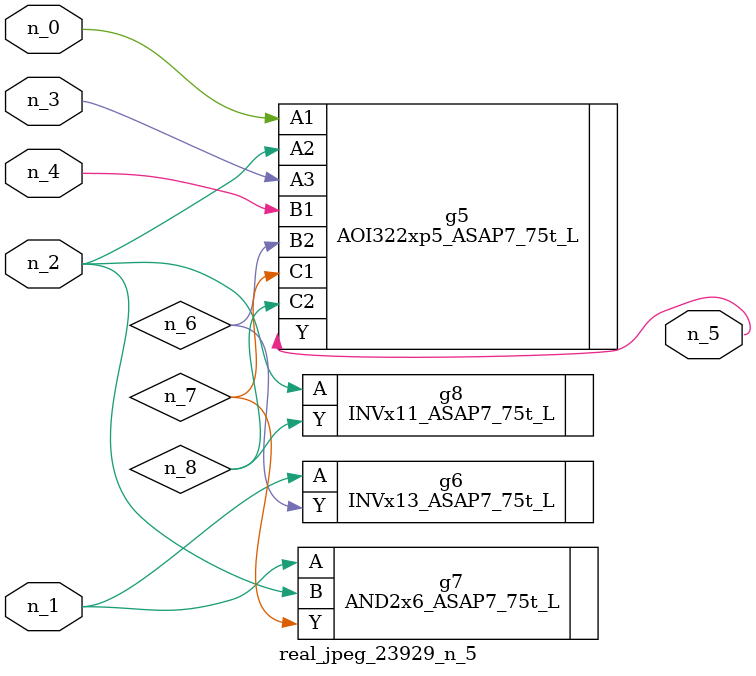
<source format=v>
module real_jpeg_23929_n_5 (n_4, n_0, n_1, n_2, n_3, n_5);

input n_4;
input n_0;
input n_1;
input n_2;
input n_3;

output n_5;

wire n_8;
wire n_6;
wire n_7;

AOI322xp5_ASAP7_75t_L g5 ( 
.A1(n_0),
.A2(n_2),
.A3(n_3),
.B1(n_4),
.B2(n_6),
.C1(n_7),
.C2(n_8),
.Y(n_5)
);

INVx13_ASAP7_75t_L g6 ( 
.A(n_1),
.Y(n_6)
);

AND2x6_ASAP7_75t_L g7 ( 
.A(n_1),
.B(n_2),
.Y(n_7)
);

INVx11_ASAP7_75t_L g8 ( 
.A(n_2),
.Y(n_8)
);


endmodule
</source>
